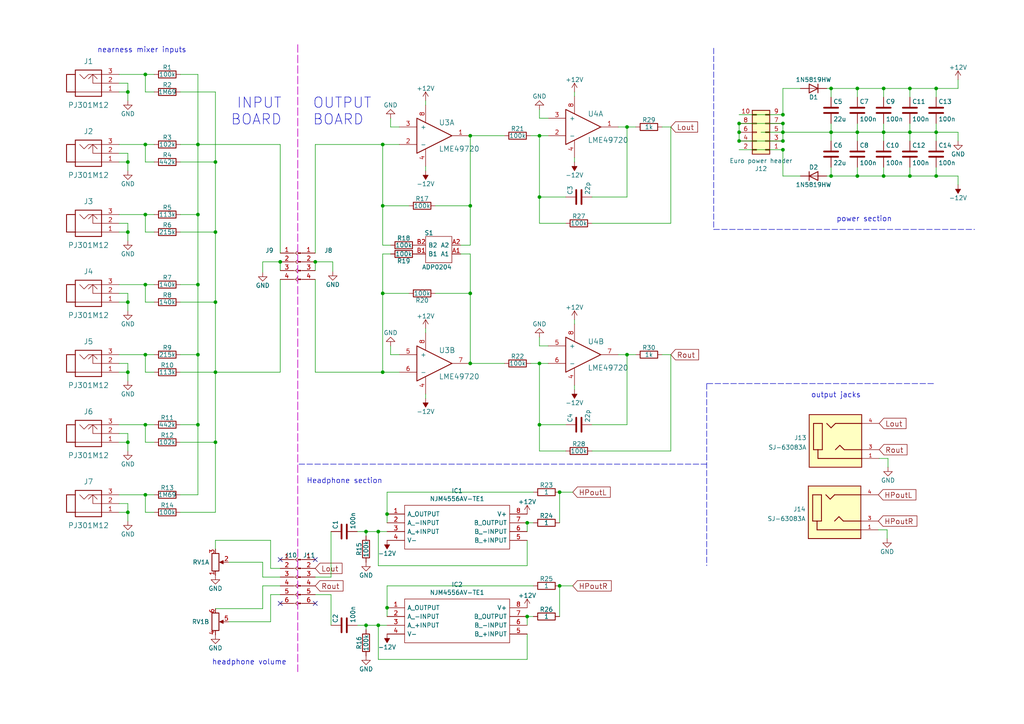
<source format=kicad_sch>
(kicad_sch (version 20211123) (generator eeschema)
  (paper "A4")
  (lib_symbols
    (symbol "Connector:Conn_01x04_Female" (pin_names (offset 1.016) hide)
      (property "Reference" "J" (at 0 5.08 0))
      (property "Value" "Conn_01x04_Female" (at 0 -7.62 0))
      (symbol "Conn_01x04_Female_1_1"
        (pin passive line (at -5.08 2.54 0) (length 3.81) (name "Pin_1") (number "1"))
        (pin passive line (at -5.08 0 0) (length 3.81) (name "Pin_2") (number "2"))
        (pin passive line (at -5.08 -2.54 0) (length 3.81) (name "Pin_3") (number "3"))
        (pin passive line (at -5.08 -5.08 0) (length 3.81) (name "Pin_4") (number "4"))
      )
    )
    (symbol "Connector:Conn_01x04_Male" (pin_names (offset 1.016) hide)
      (property "Reference" "J" (at 0 5.08 0))
      (property "Value" "Conn_01x04_Male" (at 0 -7.62 0))
      (symbol "Conn_01x04_Male_1_1"
        (pin passive line (at 5.08 2.54 180) (length 3.81) (name "Pin_1") (number "1"))
        (pin passive line (at 5.08 0 180) (length 3.81) (name "Pin_2") (number "2"))
        (pin passive line (at 5.08 -2.54 180) (length 3.81) (name "Pin_3") (number "3"))
        (pin passive line (at 5.08 -5.08 180) (length 3.81) (name "Pin_4") (number "4"))
      )
    )
    (symbol "Connector:Conn_01x06_Female" (pin_names (offset 1.016) hide)
      (property "Reference" "J" (at 0 7.62 0))
      (property "Value" "Conn_01x06_Female" (at 0 -10.16 0))
      (symbol "Conn_01x06_Female_1_1"
        (pin passive line (at -5.08 5.08 0) (length 3.81) (name "Pin_1") (number "1"))
        (pin passive line (at -5.08 2.54 0) (length 3.81) (name "Pin_2") (number "2"))
        (pin passive line (at -5.08 0 0) (length 3.81) (name "Pin_3") (number "3"))
        (pin passive line (at -5.08 -2.54 0) (length 3.81) (name "Pin_4") (number "4"))
        (pin passive line (at -5.08 -5.08 0) (length 3.81) (name "Pin_5") (number "5"))
        (pin passive line (at -5.08 -7.62 0) (length 3.81) (name "Pin_6") (number "6"))
      )
    )
    (symbol "Connector:Conn_01x06_Male" (pin_names (offset 1.016) hide)
      (property "Reference" "J" (at 0 7.62 0))
      (property "Value" "Conn_01x06_Male" (at 0 -10.16 0))
      (symbol "Conn_01x06_Male_1_1"
        (pin passive line (at 5.08 5.08 180) (length 3.81) (name "Pin_1") (number "1"))
        (pin passive line (at 5.08 2.54 180) (length 3.81) (name "Pin_2") (number "2"))
        (pin passive line (at 5.08 0 180) (length 3.81) (name "Pin_3") (number "3"))
        (pin passive line (at 5.08 -2.54 180) (length 3.81) (name "Pin_4") (number "4"))
        (pin passive line (at 5.08 -5.08 180) (length 3.81) (name "Pin_5") (number "5"))
        (pin passive line (at 5.08 -7.62 180) (length 3.81) (name "Pin_6") (number "6"))
      )
    )
    (symbol "Connector_Generic:Conn_02x05_Odd_Even" (pin_names (offset 1.016) hide)
      (property "Reference" "J" (at 1.27 7.62 0))
      (property "Value" "Conn_02x05_Odd_Even" (at 1.27 -7.62 0))
      (symbol "Conn_02x05_Odd_Even_1_1"
        (pin passive line (at -5.08 5.08 0) (length 3.81) (name "Pin_1") (number "1"))
        (pin passive line (at 7.62 -5.08 180) (length 3.81) (name "Pin_10") (number "10"))
        (pin passive line (at 7.62 5.08 180) (length 3.81) (name "Pin_2") (number "2"))
        (pin passive line (at -5.08 2.54 0) (length 3.81) (name "Pin_3") (number "3"))
        (pin passive line (at 7.62 2.54 180) (length 3.81) (name "Pin_4") (number "4"))
        (pin passive line (at -5.08 0 0) (length 3.81) (name "Pin_5") (number "5"))
        (pin passive line (at 7.62 0 180) (length 3.81) (name "Pin_6") (number "6"))
        (pin passive line (at -5.08 -2.54 0) (length 3.81) (name "Pin_7") (number "7"))
        (pin passive line (at 7.62 -2.54 180) (length 3.81) (name "Pin_8") (number "8"))
        (pin passive line (at -5.08 -5.08 0) (length 3.81) (name "Pin_9") (number "9"))
      )
    )
    (symbol "Device:C" (pin_numbers hide) (pin_names (offset 0.254))
      (property "Reference" "C" (at 0.635 2.54 0))
      (property "Value" "C" (at 0.635 -2.54 0))
      (symbol "C_1_1"
        (pin passive line (at 0 3.81 270) (length 2.794) (name "~") (number "1"))
        (pin passive line (at 0 -3.81 90) (length 2.794) (name "~") (number "2"))
      )
    )
    (symbol "Device:D" (pin_numbers hide) (pin_names (offset 1.016) hide)
      (property "Reference" "D" (at 0 2.54 0))
      (property "Value" "D" (at 0 -2.54 0))
      (symbol "D_1_1"
        (pin passive line (at -3.81 0 0) (length 2.54) (name "K") (number "1"))
        (pin passive line (at 3.81 0 180) (length 2.54) (name "A") (number "2"))
      )
    )
    (symbol "Device:R" (pin_numbers hide) (pin_names (offset 0))
      (property "Reference" "R" (at 2.032 0 90))
      (property "Value" "R" (at 0 0 90))
      (symbol "R_1_1"
        (pin passive line (at 0 3.81 270) (length 1.27) (name "~") (number "1"))
        (pin passive line (at 0 -3.81 90) (length 1.27) (name "~") (number "2"))
      )
    )
    (symbol "Device:R_POT_Dual_Separate" (pin_names (offset 1.016) hide)
      (property "Reference" "RV" (at -4.445 0 90))
      (property "Value" "Device_R_POT_Dual_Separate" (at -2.54 0 90))
      (symbol "R_POT_Dual_Separate_1_1"
        (pin passive line (at 0 3.81 270) (length 1.27) (name "1") (number "1"))
        (pin passive line (at 3.81 0 180) (length 1.27) (name "2") (number "2"))
        (pin passive line (at 0 -3.81 90) (length 1.27) (name "3") (number "3"))
      )
      (symbol "R_POT_Dual_Separate_2_1"
        (pin passive line (at 0 3.81 270) (length 1.27) (name "4") (number "4"))
        (pin passive line (at 3.81 0 180) (length 1.27) (name "5") (number "5"))
        (pin passive line (at 0 -3.81 90) (length 1.27) (name "6") (number "6"))
      )
    )
    (symbol "SJ-63083A:SJ-63083A" (pin_names (offset 1.016) hide)
      (property "Reference" "J" (at -7.62 8.382 0))
      (property "Value" "SJ-63083A" (at -7.62 -8.382 0))
      (symbol "SJ-63083A_0_0"
        (pin passive line (at 12.7 5.08 180) (length 5.08) (name "~") (number "1"))
        (pin passive line (at 12.7 2.54 180) (length 5.08) (name "~") (number "3"))
        (pin passive line (at 12.7 -5.08 180) (length 5.08) (name "~") (number "4"))
      )
    )
    (symbol "SamacSys_Parts:ADP0204" (pin_names (offset 0.762))
      (property "Reference" "S" (at 19.05 7.62 0))
      (property "Value" "SamacSys_Parts_ADP0204" (at 19.05 5.08 0))
      (symbol "ADP0204_0_0"
        (pin passive line (at 2.54 0 0) (length 2.54) (name "A1") (number "A1"))
        (pin passive line (at 2.54 -2.54 0) (length 2.54) (name "A2") (number "A2"))
        (pin passive line (at 15.24 0 180) (length 2.54) (name "B1") (number "B1"))
        (pin passive line (at 15.24 -2.54 180) (length 2.54) (name "B2") (number "B2"))
      )
    )
    (symbol "SamacSys_Parts:NJM4556AV-TE1" (pin_names (offset 0.762))
      (property "Reference" "IC" (at 36.83 7.62 0))
      (property "Value" "SamacSys_Parts_NJM4556AV-TE1" (at 36.83 5.08 0))
      (symbol "NJM4556AV-TE1_0_0"
        (pin passive line (at 0 0 0) (length 5.08) (name "A_OUTPUT") (number "1"))
        (pin passive line (at 0 -2.54 0) (length 5.08) (name "A_-INPUT") (number "2"))
        (pin passive line (at 0 -5.08 0) (length 5.08) (name "A_+INPUT") (number "3"))
        (pin passive line (at 0 -7.62 0) (length 5.08) (name "V-") (number "4"))
        (pin passive line (at 40.64 -7.62 180) (length 5.08) (name "B_+INPUT") (number "5"))
        (pin passive line (at 40.64 -5.08 180) (length 5.08) (name "B_-INPUT") (number "6"))
        (pin passive line (at 40.64 -2.54 180) (length 5.08) (name "B_OUTPUT") (number "7"))
        (pin passive line (at 40.64 0 180) (length 5.08) (name "V+") (number "8"))
      )
    )
    (symbol "lme49720:LME49720" (pin_names (offset 1.016))
      (property "Reference" "U" (at 3.81 3.81 0))
      (property "Value" "LME49720" (at 3.81 -3.81 0))
      (symbol "LME49720_0_1"
        (pin power_in line (at 0 -8.89 90) (length 5.08) (name "~") (number "4"))
        (pin power_in line (at 0 8.89 270) (length 5.08) (name "~") (number "8"))
      )
      (symbol "LME49720_1_1"
        (pin output line (at 12.7 0 180) (length 5.08) (name "~") (number "1"))
        (pin input line (at -7.62 -2.54 0) (length 5.08) (name "-") (number "2"))
        (pin input line (at -7.62 2.54 0) (length 5.08) (name "+") (number "3"))
      )
      (symbol "LME49720_2_1"
        (pin input line (at -7.62 2.54 0) (length 5.08) (name "+") (number "5"))
        (pin input line (at -7.62 -2.54 0) (length 5.08) (name "-") (number "6"))
        (pin output line (at 12.7 0 180) (length 5.08) (name "~") (number "7"))
      )
    )
    (symbol "pj301m12:PJ301M12" (pin_names (offset 1.016))
      (property "Reference" "J" (at 0 6.35 0))
      (property "Value" "PJ301M12" (at 0 -6.35 0))
      (symbol "PJ301M12_1_1"
        (pin passive line (at 8.89 -2.54 180) (length 5.08) (name "~") (number "1"))
        (pin passive line (at 8.89 0 180) (length 5.08) (name "~") (number "2"))
        (pin passive line (at 8.89 2.54 180) (length 5.08) (name "~") (number "3"))
      )
    )
    (symbol "power:+12V" (power) (pin_names (offset 0))
      (property "Value" "+12V" (at 0 3.556 0))
      (symbol "+12V_1_1"
        (pin power_in line (at 0 0 90) (length 0) hide (name "+12V") (number "1"))
      )
    )
    (symbol "power:-12V" (power) (pin_names (offset 0))
      (property "Value" "-12V" (at 0 3.81 0))
      (symbol "-12V_0_0"
        (pin power_in line (at 0 0 90) (length 0) hide (name "-12V") (number "1"))
      )
    )
    (symbol "power:GND" (power) (pin_names (offset 0))
      (property "Value" "GND" (at 0 -3.81 0))
      (symbol "GND_1_1"
        (pin power_in line (at 0 0 270) (length 0) hide (name "GND") (number "1"))
      )
    )
  )
  (junction (at 57.404 102.87))
  (junction (at 248.666 51.054))
  (junction (at 248.666 38.354))
  (junction (at 110.998 41.91))
  (junction (at 156.464 39.37))
  (junction (at 62.484 67.31))
  (junction (at 57.404 123.19))
  (junction (at 110.998 59.69))
  (junction (at 106.172 181.356))
  (junction (at 110.998 107.95))
  (junction (at 136.398 85.09))
  (junction (at 263.906 51.054))
  (junction (at 227.076 40.894))
  (junction (at 37.084 128.27))
  (junction (at 42.164 143.51))
  (junction (at 271.526 38.354))
  (junction (at 62.484 128.27))
  (junction (at 91.44 75.946))
  (junction (at 42.164 41.91))
  (junction (at 112.268 149.098))
  (junction (at 162.306 142.748))
  (junction (at 214.376 35.814))
  (junction (at 227.076 35.814))
  (junction (at 37.084 87.63))
  (junction (at 106.172 154.178))
  (junction (at 156.464 57.15))
  (junction (at 81.28 75.946))
  (junction (at 112.268 176.276))
  (junction (at 37.084 46.99))
  (junction (at 256.286 38.354))
  (junction (at 227.076 43.434))
  (junction (at 42.164 21.59))
  (junction (at 263.906 25.654))
  (junction (at 110.998 85.09))
  (junction (at 109.728 154.178))
  (junction (at 162.306 169.926))
  (junction (at 214.376 40.894))
  (junction (at 136.398 39.37))
  (junction (at 42.164 123.19))
  (junction (at 62.484 107.95))
  (junction (at 181.864 102.87))
  (junction (at 241.046 51.054))
  (junction (at 271.526 25.654))
  (junction (at 263.906 38.354))
  (junction (at 57.404 82.55))
  (junction (at 256.286 51.054))
  (junction (at 227.076 38.354))
  (junction (at 136.398 105.41))
  (junction (at 37.084 67.31))
  (junction (at 136.398 59.69))
  (junction (at 42.164 82.55))
  (junction (at 57.404 62.23))
  (junction (at 227.076 33.274))
  (junction (at 62.484 87.63))
  (junction (at 57.404 41.91))
  (junction (at 271.526 51.054))
  (junction (at 37.084 148.59))
  (junction (at 42.164 62.23))
  (junction (at 152.908 178.816))
  (junction (at 152.908 151.638))
  (junction (at 109.728 181.356))
  (junction (at 256.286 25.654))
  (junction (at 214.376 38.354))
  (junction (at 37.084 107.95))
  (junction (at 42.164 102.87))
  (junction (at 62.484 46.99))
  (junction (at 248.666 25.654))
  (junction (at 156.464 123.19))
  (junction (at 37.084 26.67))
  (junction (at 181.864 36.83))
  (junction (at 241.046 38.354))
  (junction (at 241.046 25.654))
  (junction (at 156.464 105.41))
  (no_connect (at 91.44 162.306))
  (no_connect (at 81.28 162.306))
  (no_connect (at 81.28 175.006))
  (no_connect (at 91.44 175.006))
  (wire (pts (xy 109.728 191.262) (xy 109.728 181.356)))
  (wire (pts (xy 227.076 35.814) (xy 227.076 38.354)))
  (wire (pts (xy 62.484 26.67) (xy 62.484 46.99)))
  (wire (pts (xy 241.046 25.654) (xy 248.666 25.654)))
  (wire (pts (xy 42.164 41.91) (xy 44.704 41.91)))
  (wire (pts (xy 110.998 107.95) (xy 110.998 85.09)))
  (wire (pts (xy 112.268 169.926) (xy 154.686 169.926)))
  (wire (pts (xy 263.906 48.514) (xy 263.906 51.054)))
  (wire (pts (xy 76.2 167.386) (xy 81.28 167.386)))
  (wire (pts (xy 156.464 39.37) (xy 156.464 57.15)))
  (wire (pts (xy 152.908 154.178) (xy 152.908 151.638)))
  (wire (pts (xy 133.604 73.66) (xy 136.398 73.66)))
  (wire (pts (xy 136.144 39.37) (xy 136.398 39.37)))
  (wire (pts (xy 156.464 39.37) (xy 159.004 39.37)))
  (wire (pts (xy 156.464 105.41) (xy 159.004 105.41)))
  (wire (pts (xy 91.44 172.466) (xy 96.012 172.466)))
  (wire (pts (xy 37.084 107.95) (xy 37.084 110.49)))
  (wire (pts (xy 44.704 26.67) (xy 42.164 26.67)))
  (wire (pts (xy 34.544 105.41) (xy 37.084 105.41)))
  (wire (pts (xy 106.172 181.356) (xy 106.172 182.626)))
  (wire (pts (xy 181.864 36.83) (xy 184.404 36.83)))
  (wire (pts (xy 248.666 25.654) (xy 248.666 28.194)))
  (wire (pts (xy 220.726 38.354) (xy 227.076 38.354)))
  (wire (pts (xy 166.624 92.71) (xy 166.624 93.98)))
  (wire (pts (xy 271.526 35.814) (xy 271.526 38.354)))
  (wire (pts (xy 136.398 105.41) (xy 146.304 105.41)))
  (wire (pts (xy 62.484 87.63) (xy 62.484 107.95)))
  (wire (pts (xy 136.398 59.69) (xy 126.238 59.69)))
  (wire (pts (xy 162.306 142.748) (xy 162.306 151.638)))
  (wire (pts (xy 156.464 97.79) (xy 156.464 100.33)))
  (wire (pts (xy 109.728 164.084) (xy 109.728 154.178)))
  (wire (pts (xy 123.444 95.25) (xy 123.444 96.52)))
  (wire (pts (xy 179.324 36.83) (xy 181.864 36.83)))
  (wire (pts (xy 257.556 132.969) (xy 257.556 135.509)))
  (wire (pts (xy 153.924 105.41) (xy 156.464 105.41)))
  (wire (pts (xy 42.164 102.87) (xy 44.704 102.87)))
  (wire (pts (xy 181.864 57.15) (xy 181.864 36.83)))
  (wire (pts (xy 241.046 35.814) (xy 241.046 38.354)))
  (wire (pts (xy 57.404 62.23) (xy 57.404 82.55)))
  (wire (pts (xy 81.28 78.486) (xy 81.28 75.946)))
  (wire (pts (xy 112.268 178.816) (xy 112.268 176.276)))
  (wire (pts (xy 110.998 41.91) (xy 115.824 41.91)))
  (wire (pts (xy 109.728 164.084) (xy 152.908 164.084)))
  (wire (pts (xy 112.268 151.638) (xy 112.268 149.098)))
  (wire (pts (xy 42.164 148.59) (xy 42.164 143.51)))
  (wire (pts (xy 81.28 81.026) (xy 81.28 107.95)))
  (wire (pts (xy 106.172 154.178) (xy 106.172 155.448)))
  (wire (pts (xy 34.544 125.73) (xy 37.084 125.73)))
  (wire (pts (xy 156.464 130.81) (xy 164.084 130.81)))
  (wire (pts (xy 156.464 105.41) (xy 156.464 123.19)))
  (wire (pts (xy 271.526 25.654) (xy 271.526 28.194)))
  (wire (pts (xy 34.544 46.99) (xy 37.084 46.99)))
  (wire (pts (xy 248.666 38.354) (xy 248.666 40.894)))
  (wire (pts (xy 162.306 169.926) (xy 166.116 169.926)))
  (wire (pts (xy 66.294 163.068) (xy 76.2 163.068)))
  (wire (pts (xy 241.046 51.054) (xy 248.666 51.054)))
  (wire (pts (xy 57.404 82.55) (xy 57.404 102.87)))
  (wire (pts (xy 37.084 87.63) (xy 37.084 90.17)))
  (wire (pts (xy 91.44 167.386) (xy 96.012 167.386)))
  (wire (pts (xy 194.564 130.81) (xy 171.704 130.81)))
  (wire (pts (xy 156.464 34.29) (xy 159.004 34.29)))
  (wire (pts (xy 52.324 41.91) (xy 57.404 41.91)))
  (wire (pts (xy 62.484 107.95) (xy 81.28 107.95)))
  (wire (pts (xy 152.908 151.638) (xy 154.686 151.638)))
  (wire (pts (xy 44.704 128.27) (xy 42.164 128.27)))
  (wire (pts (xy 256.286 25.654) (xy 263.906 25.654)))
  (wire (pts (xy 91.44 107.95) (xy 110.998 107.95)))
  (wire (pts (xy 248.666 48.514) (xy 248.666 51.054)))
  (wire (pts (xy 34.544 26.67) (xy 37.084 26.67)))
  (wire (pts (xy 166.624 26.67) (xy 166.624 27.94)))
  (wire (pts (xy 34.544 146.05) (xy 37.084 146.05)))
  (wire (pts (xy 152.908 178.816) (xy 154.686 178.816)))
  (wire (pts (xy 110.998 71.12) (xy 110.998 59.69)))
  (wire (pts (xy 136.144 105.41) (xy 136.398 105.41)))
  (wire (pts (xy 37.084 146.05) (xy 37.084 148.59)))
  (wire (pts (xy 156.464 31.75) (xy 156.464 34.29)))
  (wire (pts (xy 133.604 71.12) (xy 136.398 71.12)))
  (wire (pts (xy 263.906 25.654) (xy 271.526 25.654)))
  (wire (pts (xy 162.306 142.748) (xy 166.116 142.748)))
  (wire (pts (xy 241.046 38.354) (xy 241.046 40.894)))
  (wire (pts (xy 78.486 180.34) (xy 66.294 180.34)))
  (wire (pts (xy 81.28 172.466) (xy 78.486 172.466)))
  (wire (pts (xy 109.728 154.178) (xy 112.268 154.178)))
  (wire (pts (xy 277.876 25.654) (xy 277.876 23.114)))
  (wire (pts (xy 263.906 51.054) (xy 271.526 51.054)))
  (wire (pts (xy 42.164 143.51) (xy 44.704 143.51)))
  (wire (pts (xy 214.376 35.814) (xy 227.076 35.814)))
  (wire (pts (xy 34.544 67.31) (xy 37.084 67.31)))
  (wire (pts (xy 241.046 25.654) (xy 241.046 28.194)))
  (wire (pts (xy 57.404 41.91) (xy 81.28 41.91)))
  (wire (pts (xy 123.444 29.21) (xy 123.444 30.48)))
  (polyline (pts (xy 204.978 134.62) (xy 86.36 134.62)))
  (wire (pts (xy 110.998 85.09) (xy 118.618 85.09)))
  (wire (pts (xy 164.084 123.19) (xy 156.464 123.19)))
  (polyline (pts (xy 86.36 12.954) (xy 86.36 194.818)) (stroke (width 0.2032) (color 194 0 194 1)))
  (polyline (pts (xy 270.764 111.252) (xy 204.978 111.252)))
  (wire (pts (xy 42.164 82.55) (xy 44.704 82.55)))
  (wire (pts (xy 37.084 44.45) (xy 37.084 46.99)))
  (wire (pts (xy 37.084 128.27) (xy 37.084 130.81)))
  (wire (pts (xy 57.404 123.19) (xy 57.404 143.51)))
  (wire (pts (xy 248.666 38.354) (xy 256.286 38.354)))
  (wire (pts (xy 256.286 51.054) (xy 263.906 51.054)))
  (wire (pts (xy 44.704 148.59) (xy 42.164 148.59)))
  (polyline (pts (xy 204.978 111.252) (xy 204.978 164.084)))
  (wire (pts (xy 263.906 35.814) (xy 263.906 38.354)))
  (wire (pts (xy 96.012 172.466) (xy 96.012 181.356)))
  (wire (pts (xy 52.324 107.95) (xy 62.484 107.95)))
  (wire (pts (xy 42.164 128.27) (xy 42.164 123.19)))
  (wire (pts (xy 34.544 123.19) (xy 42.164 123.19)))
  (wire (pts (xy 109.728 181.356) (xy 112.268 181.356)))
  (wire (pts (xy 52.324 46.99) (xy 62.484 46.99)))
  (wire (pts (xy 123.444 114.3) (xy 123.444 115.57)))
  (wire (pts (xy 91.44 78.486) (xy 91.44 75.946)))
  (wire (pts (xy 156.464 100.33) (xy 159.004 100.33)))
  (wire (pts (xy 78.486 164.846) (xy 78.486 156.718)))
  (wire (pts (xy 34.544 41.91) (xy 42.164 41.91)))
  (wire (pts (xy 255.016 132.969) (xy 257.556 132.969)))
  (wire (pts (xy 166.624 45.72) (xy 166.624 46.99)))
  (wire (pts (xy 166.624 111.76) (xy 166.624 113.03)))
  (wire (pts (xy 164.084 57.15) (xy 156.464 57.15)))
  (wire (pts (xy 113.284 100.33) (xy 113.284 102.87)))
  (wire (pts (xy 34.544 128.27) (xy 37.084 128.27)))
  (wire (pts (xy 156.464 57.15) (xy 156.464 64.77)))
  (wire (pts (xy 57.404 102.87) (xy 57.404 123.19)))
  (wire (pts (xy 156.464 64.77) (xy 164.084 64.77)))
  (wire (pts (xy 227.076 43.434) (xy 227.076 51.054)))
  (wire (pts (xy 62.484 67.31) (xy 62.484 87.63)))
  (wire (pts (xy 96.52 75.946) (xy 96.52 78.74)))
  (wire (pts (xy 76.2 163.068) (xy 76.2 167.386)))
  (wire (pts (xy 62.484 46.99) (xy 62.484 67.31)))
  (wire (pts (xy 136.398 85.09) (xy 126.238 85.09)))
  (wire (pts (xy 110.998 107.95) (xy 115.824 107.95)))
  (wire (pts (xy 44.704 46.99) (xy 42.164 46.99)))
  (wire (pts (xy 34.544 44.45) (xy 37.084 44.45)))
  (wire (pts (xy 194.564 64.77) (xy 171.704 64.77)))
  (wire (pts (xy 103.632 154.178) (xy 106.172 154.178)))
  (wire (pts (xy 113.284 71.12) (xy 110.998 71.12)))
  (wire (pts (xy 171.704 123.19) (xy 181.864 123.19)))
  (wire (pts (xy 239.776 25.654) (xy 241.046 25.654)))
  (wire (pts (xy 37.084 26.67) (xy 37.084 29.21)))
  (wire (pts (xy 34.544 143.51) (xy 42.164 143.51)))
  (wire (pts (xy 271.526 38.354) (xy 271.526 40.894)))
  (wire (pts (xy 136.398 105.41) (xy 136.398 85.09)))
  (wire (pts (xy 214.376 40.894) (xy 214.376 38.354)))
  (wire (pts (xy 152.908 164.084) (xy 152.908 156.718)))
  (wire (pts (xy 136.398 39.37) (xy 136.398 59.69)))
  (polyline (pts (xy 207.01 66.548) (xy 282.702 66.548)))
  (wire (pts (xy 62.484 87.63) (xy 52.324 87.63)))
  (wire (pts (xy 112.268 169.926) (xy 112.268 176.276)))
  (wire (pts (xy 227.076 38.354) (xy 227.076 40.894)))
  (wire (pts (xy 52.324 67.31) (xy 62.484 67.31)))
  (wire (pts (xy 241.046 38.354) (xy 248.666 38.354)))
  (wire (pts (xy 112.268 142.748) (xy 154.686 142.748)))
  (wire (pts (xy 263.906 25.654) (xy 263.906 28.194)))
  (wire (pts (xy 52.324 62.23) (xy 57.404 62.23)))
  (wire (pts (xy 37.084 105.41) (xy 37.084 107.95)))
  (wire (pts (xy 34.544 21.59) (xy 42.164 21.59)))
  (wire (pts (xy 91.44 41.91) (xy 110.998 41.91)))
  (wire (pts (xy 192.024 102.87) (xy 194.564 102.87)))
  (wire (pts (xy 227.076 33.274) (xy 227.076 25.654)))
  (wire (pts (xy 271.526 25.654) (xy 277.876 25.654)))
  (wire (pts (xy 181.864 102.87) (xy 184.404 102.87)))
  (wire (pts (xy 106.172 154.178) (xy 109.728 154.178)))
  (wire (pts (xy 271.526 51.054) (xy 277.876 51.054)))
  (wire (pts (xy 113.284 36.83) (xy 115.824 36.83)))
  (wire (pts (xy 62.484 128.27) (xy 62.484 148.59)))
  (wire (pts (xy 57.404 82.55) (xy 52.324 82.55)))
  (polyline (pts (xy 207.01 13.97) (xy 207.01 66.548)))
  (wire (pts (xy 42.164 26.67) (xy 42.164 21.59)))
  (wire (pts (xy 227.076 38.354) (xy 241.046 38.354)))
  (wire (pts (xy 194.564 36.83) (xy 194.564 64.77)))
  (wire (pts (xy 171.704 57.15) (xy 181.864 57.15)))
  (wire (pts (xy 96.012 167.386) (xy 96.012 154.178)))
  (wire (pts (xy 57.404 21.59) (xy 57.404 41.91)))
  (wire (pts (xy 136.398 73.66) (xy 136.398 85.09)))
  (wire (pts (xy 277.876 51.054) (xy 277.876 53.594)))
  (wire (pts (xy 52.324 102.87) (xy 57.404 102.87)))
  (wire (pts (xy 241.046 48.514) (xy 241.046 51.054)))
  (wire (pts (xy 57.404 21.59) (xy 52.324 21.59)))
  (wire (pts (xy 227.076 40.894) (xy 214.376 40.894)))
  (wire (pts (xy 37.084 125.73) (xy 37.084 128.27)))
  (wire (pts (xy 34.544 82.55) (xy 42.164 82.55)))
  (wire (pts (xy 263.906 38.354) (xy 263.906 40.894)))
  (wire (pts (xy 91.44 81.026) (xy 91.44 107.95)))
  (wire (pts (xy 76.2 75.946) (xy 76.2 78.994)))
  (wire (pts (xy 277.876 38.354) (xy 277.876 40.894)))
  (wire (pts (xy 113.284 102.87) (xy 115.824 102.87)))
  (wire (pts (xy 42.164 62.23) (xy 44.704 62.23)))
  (wire (pts (xy 34.544 107.95) (xy 37.084 107.95)))
  (wire (pts (xy 34.544 85.09) (xy 37.084 85.09)))
  (wire (pts (xy 34.544 62.23) (xy 42.164 62.23)))
  (wire (pts (xy 78.486 172.466) (xy 78.486 180.34)))
  (wire (pts (xy 248.666 35.814) (xy 248.666 38.354)))
  (wire (pts (xy 153.924 39.37) (xy 156.464 39.37)))
  (wire (pts (xy 214.376 43.434) (xy 227.076 43.434)))
  (wire (pts (xy 152.908 181.356) (xy 152.908 178.816)))
  (wire (pts (xy 34.544 102.87) (xy 42.164 102.87)))
  (wire (pts (xy 91.44 73.406) (xy 91.44 41.91)))
  (wire (pts (xy 37.084 24.13) (xy 37.084 26.67)))
  (wire (pts (xy 34.544 87.63) (xy 37.084 87.63)))
  (wire (pts (xy 192.024 36.83) (xy 194.564 36.83)))
  (wire (pts (xy 91.44 75.946) (xy 96.52 75.946)))
  (wire (pts (xy 62.484 156.718) (xy 78.486 156.718)))
  (wire (pts (xy 194.564 102.87) (xy 194.564 130.81)))
  (wire (pts (xy 136.398 39.37) (xy 146.304 39.37)))
  (wire (pts (xy 256.286 51.054) (xy 256.286 48.514)))
  (wire (pts (xy 42.164 107.95) (xy 42.164 102.87)))
  (wire (pts (xy 52.324 128.27) (xy 62.484 128.27)))
  (wire (pts (xy 110.998 73.66) (xy 110.998 85.09)))
  (wire (pts (xy 256.286 38.354) (xy 256.286 40.894)))
  (wire (pts (xy 37.084 46.99) (xy 37.084 49.53)))
  (wire (pts (xy 109.728 191.262) (xy 152.908 191.262)))
  (wire (pts (xy 256.286 25.654) (xy 256.286 28.194)))
  (wire (pts (xy 156.464 123.19) (xy 156.464 130.81)))
  (wire (pts (xy 248.666 51.054) (xy 256.286 51.054)))
  (wire (pts (xy 110.998 41.91) (xy 110.998 59.69)))
  (wire (pts (xy 271.526 38.354) (xy 277.876 38.354)))
  (wire (pts (xy 263.906 38.354) (xy 271.526 38.354)))
  (wire (pts (xy 44.704 67.31) (xy 42.164 67.31)))
  (wire (pts (xy 81.28 73.406) (xy 81.28 41.91)))
  (wire (pts (xy 57.404 143.51) (xy 52.324 143.51)))
  (wire (pts (xy 34.544 24.13) (xy 37.084 24.13)))
  (wire (pts (xy 113.284 73.66) (xy 110.998 73.66)))
  (wire (pts (xy 42.164 21.59) (xy 44.704 21.59)))
  (wire (pts (xy 248.666 25.654) (xy 256.286 25.654)))
  (wire (pts (xy 34.544 148.59) (xy 37.084 148.59)))
  (wire (pts (xy 52.324 123.19) (xy 57.404 123.19)))
  (wire (pts (xy 214.376 33.274) (xy 227.076 33.274)))
  (wire (pts (xy 106.172 181.356) (xy 109.728 181.356)))
  (wire (pts (xy 62.484 26.67) (xy 52.324 26.67)))
  (wire (pts (xy 227.076 25.654) (xy 232.156 25.654)))
  (wire (pts (xy 62.484 159.258) (xy 62.484 156.718)))
  (wire (pts (xy 37.084 67.31) (xy 37.084 69.85)))
  (wire (pts (xy 62.484 107.95) (xy 62.484 128.27)))
  (wire (pts (xy 42.164 46.99) (xy 42.164 41.91)))
  (wire (pts (xy 103.632 181.356) (xy 106.172 181.356)))
  (wire (pts (xy 37.084 85.09) (xy 37.084 87.63)))
  (wire (pts (xy 256.286 38.354) (xy 263.906 38.354)))
  (wire (pts (xy 81.28 75.946) (xy 76.2 75.946)))
  (wire (pts (xy 42.164 87.63) (xy 42.164 82.55)))
  (wire (pts (xy 44.704 87.63) (xy 42.164 87.63)))
  (wire (pts (xy 239.776 51.054) (xy 241.046 51.054)))
  (wire (pts (xy 34.544 64.77) (xy 37.084 64.77)))
  (wire (pts (xy 181.864 123.19) (xy 181.864 102.87)))
  (wire (pts (xy 112.268 142.748) (xy 112.268 149.098)))
  (wire (pts (xy 214.376 38.354) (xy 214.376 35.814)))
  (wire (pts (xy 136.398 71.12) (xy 136.398 59.69)))
  (wire (pts (xy 57.404 41.91) (xy 57.404 62.23)))
  (wire (pts (xy 62.484 148.59) (xy 52.324 148.59)))
  (wire (pts (xy 76.2 176.53) (xy 76.2 169.926)))
  (wire (pts (xy 37.084 64.77) (xy 37.084 67.31)))
  (wire (pts (xy 179.324 102.87) (xy 181.864 102.87)))
  (wire (pts (xy 162.306 169.926) (xy 162.306 178.816)))
  (wire (pts (xy 123.444 48.26) (xy 123.444 49.53)))
  (wire (pts (xy 62.484 176.53) (xy 76.2 176.53)))
  (wire (pts (xy 227.076 51.054) (xy 232.156 51.054)))
  (wire (pts (xy 254.762 153.67) (xy 257.302 153.67)))
  (wire (pts (xy 81.28 164.846) (xy 78.486 164.846)))
  (wire (pts (xy 44.704 107.95) (xy 42.164 107.95)))
  (wire (pts (xy 257.302 153.67) (xy 257.302 156.21)))
  (wire (pts (xy 76.2 169.926) (xy 81.28 169.926)))
  (wire (pts (xy 42.164 67.31) (xy 42.164 62.23)))
  (wire (pts (xy 152.908 191.262) (xy 152.908 183.896)))
  (wire (pts (xy 256.286 35.814) (xy 256.286 38.354)))
  (wire (pts (xy 271.526 48.514) (xy 271.526 51.054)))
  (wire (pts (xy 42.164 123.19) (xy 44.704 123.19)))
  (wire (pts (xy 113.284 34.29) (xy 113.284 36.83)))
  (wire (pts (xy 118.618 59.69) (xy 110.998 59.69)))
  (wire (pts (xy 37.084 148.59) (xy 37.084 151.13)))
  (text "headphone volume" (at 61.468 193.04 0) (effects (font (size 1.524 1.524)) (justify left bottom)))
  (text "INPUT\nBOARD" (at 81.788 36.576 180) (effects (font (size 2.9972 2.9972)) (justify right bottom)))
  (text "Headphone section" (at 88.9 140.462 0) (effects (font (size 1.524 1.524)) (justify left bottom)))
  (text "OUTPUT\nBOARD" (at 90.678 36.576 0) (effects (font (size 2.9972 2.9972)) (justify left bottom)))
  (text "output jacks" (at 235.204 115.57 0) (effects (font (size 1.524 1.524)) (justify left bottom)))
  (text "nearness mixer inputs" (at 28.194 15.494 0) (effects (font (size 1.524 1.524)) (justify left bottom)))
  (text "power section" (at 242.57 64.516 0) (effects (font (size 1.524 1.524)) (justify left bottom)))
  (global_label "HPoutR" (shape input) (at 166.116 169.926 0) (effects (font (size 1.524 1.524))) (property "Intersheet References" "${INTERSHEET_REFS}" (effects hide)))
  (global_label "Lout" (shape input) (at 91.44 164.846 0) (effects (font (size 1.524 1.524))) (property "Intersheet References" "${INTERSHEET_REFS}" (effects hide)))
  (global_label "Rout" (shape input) (at 91.44 169.926 0) (effects (font (size 1.524 1.524))) (property "Intersheet References" "${INTERSHEET_REFS}" (effects hide)))
  (global_label "Rout" (shape input) (at 255.016 130.429 0) (effects (font (size 1.524 1.524))) (property "Intersheet References" "${INTERSHEET_REFS}" (effects hide)))
  (global_label "HPoutL" (shape input) (at 254.762 143.51 0) (effects (font (size 1.524 1.524))) (property "Intersheet References" "${INTERSHEET_REFS}" (effects hide)))
  (global_label "Rout" (shape input) (at 194.564 102.87 0) (effects (font (size 1.524 1.524))) (property "Intersheet References" "${INTERSHEET_REFS}" (effects hide)))
  (global_label "Lout" (shape input) (at 255.016 122.809 0) (effects (font (size 1.524 1.524))) (property "Intersheet References" "${INTERSHEET_REFS}" (effects hide)))
  (global_label "HPoutR" (shape input) (at 254.762 151.13 0) (effects (font (size 1.524 1.524))) (property "Intersheet References" "${INTERSHEET_REFS}" (effects hide)))
  (global_label "Lout" (shape input) (at 194.564 36.83 0) (effects (font (size 1.524 1.524))) (property "Intersheet References" "${INTERSHEET_REFS}" (effects hide)))
  (global_label "HPoutL" (shape input) (at 166.116 142.748 0) (effects (font (size 1.524 1.524))) (property "Intersheet References" "${INTERSHEET_REFS}" (effects hide)))
  (symbol (lib_id "pj301m12:PJ301M12") (at 25.654 24.13 0) (unit 1)
    (property "Reference" "J1" (at 25.654 17.78 0) (effects (font (size 1.524 1.524))))
    (property "Value" "PJ301M12" (at 25.654 30.48 0) (effects (font (size 1.524 1.524))))
    (property "Footprint" "nearness:PJ301M12" (effects hide))
  )
  (symbol (lib_id "pj301m12:PJ301M12") (at 25.654 44.45 0) (unit 1)
    (property "Reference" "J2" (at 25.654 38.1 0) (effects (font (size 1.524 1.524))))
    (property "Value" "PJ301M12" (at 25.654 50.8 0) (effects (font (size 1.524 1.524))))
    (property "Footprint" "nearness:PJ301M12" (effects hide))
  )
  (symbol (lib_id "pj301m12:PJ301M12") (at 25.654 64.77 0) (unit 1)
    (property "Reference" "J3" (at 25.654 58.42 0) (effects (font (size 1.524 1.524))))
    (property "Value" "PJ301M12" (at 25.654 71.12 0) (effects (font (size 1.524 1.524))))
    (property "Footprint" "nearness:PJ301M12" (effects hide))
  )
  (symbol (lib_id "pj301m12:PJ301M12") (at 25.654 85.09 0) (unit 1)
    (property "Reference" "J4" (at 25.654 78.74 0) (effects (font (size 1.524 1.524))))
    (property "Value" "PJ301M12" (at 25.654 91.44 0) (effects (font (size 1.524 1.524))))
    (property "Footprint" "nearness:PJ301M12" (effects hide))
  )
  (symbol (lib_id "pj301m12:PJ301M12") (at 25.654 105.41 0) (unit 1)
    (property "Reference" "J5" (at 25.654 99.06 0) (effects (font (size 1.524 1.524))))
    (property "Value" "PJ301M12" (at 25.654 111.76 0) (effects (font (size 1.524 1.524))))
    (property "Footprint" "nearness:PJ301M12" (effects hide))
  )
  (symbol (lib_id "pj301m12:PJ301M12") (at 25.654 125.73 0) (unit 1)
    (property "Reference" "J6" (at 25.654 119.38 0) (effects (font (size 1.524 1.524))))
    (property "Value" "PJ301M12" (at 25.654 132.08 0) (effects (font (size 1.524 1.524))))
    (property "Footprint" "nearness:PJ301M12" (effects hide))
  )
  (symbol (lib_id "pj301m12:PJ301M12") (at 25.654 146.05 0) (unit 1)
    (property "Reference" "J7" (at 25.654 139.7 0) (effects (font (size 1.524 1.524))))
    (property "Value" "PJ301M12" (at 25.654 152.4 0) (effects (font (size 1.524 1.524))))
    (property "Footprint" "nearness:PJ301M12" (effects hide))
  )
  (symbol (lib_id "power:GND") (at 37.084 29.21 0) (unit 1)
    (property "Reference" "#PWR01" (effects hide))
    (property "Value" "GND" (at 37.084 33.02 0))
  )
  (symbol (lib_id "power:GND") (at 37.084 49.53 0) (unit 1)
    (property "Reference" "#PWR02" (effects hide))
    (property "Value" "GND" (at 37.084 53.34 0))
  )
  (symbol (lib_id "power:GND") (at 37.084 69.85 0) (unit 1)
    (property "Reference" "#PWR03" (effects hide))
    (property "Value" "GND" (at 37.084 73.66 0))
  )
  (symbol (lib_id "power:GND") (at 37.084 90.17 0) (unit 1)
    (property "Reference" "#PWR04" (effects hide))
    (property "Value" "GND" (at 37.084 93.98 0))
  )
  (symbol (lib_id "power:GND") (at 37.084 110.49 0) (unit 1)
    (property "Reference" "#PWR05" (effects hide))
    (property "Value" "GND" (at 37.084 114.3 0))
  )
  (symbol (lib_id "power:GND") (at 37.084 130.81 0) (unit 1)
    (property "Reference" "#PWR06" (effects hide))
    (property "Value" "GND" (at 37.084 134.62 0))
  )
  (symbol (lib_id "power:GND") (at 37.084 151.13 0) (unit 1)
    (property "Reference" "#PWR07" (effects hide))
    (property "Value" "GND" (at 37.084 154.94 0))
  )
  (symbol (lib_id "Device:R") (at 48.514 21.59 90) (unit 1)
    (property "Reference" "R1" (at 48.514 19.558 90))
    (property "Value" "100k" (at 48.514 21.59 90))
    (property "Footprint" "nearness:0603" (effects hide))
  )
  (symbol (lib_id "Device:R") (at 48.514 26.67 90) (unit 1)
    (property "Reference" "R2" (at 48.514 24.638 90))
    (property "Value" "1M69" (at 48.514 26.67 90))
    (property "Footprint" "nearness:0603" (effects hide))
  )
  (symbol (lib_id "Device:R") (at 48.514 41.91 90) (unit 1)
    (property "Reference" "R3" (at 48.514 39.878 90))
    (property "Value" "102k" (at 48.514 41.91 90))
    (property "Footprint" "nearness:0603" (effects hide))
  )
  (symbol (lib_id "Device:R") (at 48.514 46.99 90) (unit 1)
    (property "Reference" "R4" (at 48.514 44.958 90))
    (property "Value" "442k" (at 48.514 46.99 90))
    (property "Footprint" "nearness:0603" (effects hide))
  )
  (symbol (lib_id "Device:R") (at 48.514 62.23 90) (unit 1)
    (property "Reference" "R5" (at 48.514 60.198 90))
    (property "Value" "113k" (at 48.514 62.23 90))
    (property "Footprint" "nearness:0603" (effects hide))
  )
  (symbol (lib_id "Device:R") (at 48.514 67.31 90) (unit 1)
    (property "Reference" "R6" (at 48.514 65.278 90))
    (property "Value" "215k" (at 48.514 67.31 90))
    (property "Footprint" "nearness:0603" (effects hide))
  )
  (symbol (lib_id "Device:R") (at 48.514 82.55 90) (unit 1)
    (property "Reference" "R7" (at 48.514 80.518 90))
    (property "Value" "140k" (at 48.514 82.55 90))
    (property "Footprint" "nearness:0603" (effects hide))
  )
  (symbol (lib_id "Device:R") (at 48.514 87.63 90) (unit 1)
    (property "Reference" "R8" (at 48.514 85.598 90))
    (property "Value" "140k" (at 48.514 87.63 90))
    (property "Footprint" "nearness:0603" (effects hide))
  )
  (symbol (lib_id "Device:R") (at 48.514 102.87 90) (unit 1)
    (property "Reference" "R9" (at 48.514 100.838 90))
    (property "Value" "215k" (at 48.514 102.87 90))
    (property "Footprint" "nearness:0603" (effects hide))
  )
  (symbol (lib_id "Device:R") (at 48.514 107.95 90) (unit 1)
    (property "Reference" "R10" (at 48.514 105.918 90))
    (property "Value" "113k" (at 48.514 107.95 90))
    (property "Footprint" "nearness:0603" (effects hide))
  )
  (symbol (lib_id "Device:R") (at 48.514 123.19 90) (unit 1)
    (property "Reference" "R11" (at 48.514 121.158 90))
    (property "Value" "442k" (at 48.514 123.19 90))
    (property "Footprint" "nearness:0603" (effects hide))
  )
  (symbol (lib_id "Device:R") (at 48.514 128.27 90) (unit 1)
    (property "Reference" "R12" (at 48.514 126.238 90))
    (property "Value" "102k" (at 48.514 128.27 90))
    (property "Footprint" "nearness:0603" (effects hide))
  )
  (symbol (lib_id "Device:R") (at 48.514 143.51 90) (unit 1)
    (property "Reference" "R13" (at 48.514 141.478 90))
    (property "Value" "1M69" (at 48.514 143.51 90))
    (property "Footprint" "nearness:0603" (effects hide))
  )
  (symbol (lib_id "Device:R") (at 48.514 148.59 90) (unit 1)
    (property "Reference" "R14" (at 48.514 146.558 90))
    (property "Value" "100k" (at 48.514 148.59 90))
    (property "Footprint" "nearness:0603" (effects hide))
  )
  (symbol (lib_id "Device:R") (at 188.214 36.83 90) (unit 1)
    (property "Reference" "R29" (at 188.214 34.798 90))
    (property "Value" "1k" (at 188.214 36.83 90))
    (property "Footprint" "nearness:0603" (effects hide))
  )
  (symbol (lib_id "Device:R") (at 188.214 102.87 90) (unit 1)
    (property "Reference" "R30" (at 188.214 100.838 90))
    (property "Value" "1k" (at 188.214 102.87 90))
    (property "Footprint" "nearness:0603" (effects hide))
  )
  (symbol (lib_id "Device:R") (at 122.428 59.69 90) (unit 1)
    (property "Reference" "R17" (at 122.428 57.658 90))
    (property "Value" "100k" (at 122.428 59.69 90))
    (property "Footprint" "nearness:0603" (effects hide))
  )
  (symbol (lib_id "Device:R") (at 150.114 39.37 90) (unit 1)
    (property "Reference" "R21" (at 150.114 37.338 90))
    (property "Value" "100k" (at 150.114 39.37 90))
    (property "Footprint" "nearness:0603" (effects hide))
  )
  (symbol (lib_id "Device:R") (at 167.894 64.77 90) (unit 1)
    (property "Reference" "R27" (at 167.894 62.738 90))
    (property "Value" "100k" (at 167.894 64.77 90))
    (property "Footprint" "nearness:0603" (effects hide))
  )
  (symbol (lib_id "power:GND") (at 113.284 34.29 180) (unit 1)
    (property "Reference" "#PWR014" (effects hide))
    (property "Value" "GND" (at 113.284 30.48 0))
  )
  (symbol (lib_id "power:GND") (at 156.464 31.75 180) (unit 1)
    (property "Reference" "#PWR020" (effects hide))
    (property "Value" "GND" (at 156.464 27.94 0))
  )
  (symbol (lib_id "Device:R") (at 122.428 85.09 90) (mirror x) (unit 1)
    (property "Reference" "R20" (at 122.428 87.122 90))
    (property "Value" "100k" (at 122.428 85.09 90))
    (property "Footprint" "nearness:0603" (effects hide))
  )
  (symbol (lib_id "Device:R") (at 150.114 105.41 90) (unit 1)
    (property "Reference" "R22" (at 150.114 103.378 90))
    (property "Value" "100k" (at 150.114 105.41 90))
    (property "Footprint" "nearness:0603" (effects hide))
  )
  (symbol (lib_id "Device:R") (at 167.894 130.81 90) (unit 1)
    (property "Reference" "R28" (at 167.894 128.778 90))
    (property "Value" "100k" (at 167.894 130.81 90))
    (property "Footprint" "nearness:0603" (effects hide))
  )
  (symbol (lib_id "power:GND") (at 113.284 100.33 180) (unit 1)
    (property "Reference" "#PWR015" (effects hide))
    (property "Value" "GND" (at 113.284 96.52 0))
  )
  (symbol (lib_id "power:GND") (at 156.464 97.79 180) (unit 1)
    (property "Reference" "#PWR021" (effects hide))
    (property "Value" "GND" (at 156.464 93.98 0))
  )
  (symbol (lib_id "Device:D") (at 235.966 25.654 180) (unit 1)
    (property "Reference" "D1" (at 235.966 28.194 0))
    (property "Value" "1N5819HW" (at 235.966 23.114 0))
    (property "Footprint" "nearness:SOD-123" (effects hide))
  )
  (symbol (lib_id "Device:D") (at 235.966 51.054 0) (unit 1)
    (property "Reference" "D2" (at 235.966 48.514 0))
    (property "Value" "1N5819HW" (at 235.966 53.594 0))
    (property "Footprint" "nearness:SOD-123" (effects hide))
  )
  (symbol (lib_id "Device:C") (at 241.046 32.004 0) (unit 1)
    (property "Reference" "C5" (at 241.681 29.464 0) (effects (justify left)))
    (property "Value" "22u" (at 241.681 34.544 0) (effects (justify left)))
    (property "Footprint" "nearness:0805" (effects hide))
  )
  (symbol (lib_id "Device:C") (at 241.046 44.704 0) (unit 1)
    (property "Reference" "C6" (at 241.681 42.164 0) (effects (justify left)))
    (property "Value" "22u" (at 241.681 47.244 0) (effects (justify left)))
    (property "Footprint" "nearness:0805" (effects hide))
  )
  (symbol (lib_id "Device:C") (at 248.666 32.004 0) (unit 1)
    (property "Reference" "C7" (at 249.301 29.464 0) (effects (justify left)))
    (property "Value" "100n" (at 249.301 34.544 0) (effects (justify left)))
    (property "Footprint" "nearness:0603" (effects hide))
  )
  (symbol (lib_id "Device:C") (at 248.666 44.704 0) (unit 1)
    (property "Reference" "C8" (at 249.301 42.164 0) (effects (justify left)))
    (property "Value" "100n" (at 249.301 47.244 0) (effects (justify left)))
    (property "Footprint" "nearness:0603" (effects hide))
  )
  (symbol (lib_id "power:+12V") (at 277.876 23.114 0) (unit 1)
    (property "Reference" "#PWR029" (effects hide))
    (property "Value" "+12V" (at 277.876 19.558 0))
  )
  (symbol (lib_id "power:-12V") (at 277.876 53.594 180) (unit 1)
    (property "Reference" "#PWR031" (effects hide))
    (property "Value" "-12V" (at 277.876 57.404 0))
  )
  (symbol (lib_id "power:GND") (at 277.876 40.894 0) (unit 1)
    (property "Reference" "#PWR030" (effects hide))
    (property "Value" "GND" (at 277.876 44.704 0))
  )
  (symbol (lib_id "power:+12V") (at 123.444 29.21 0) (unit 1)
    (property "Reference" "#PWR016" (effects hide))
    (property "Value" "+12V" (at 123.444 25.654 0))
  )
  (symbol (lib_id "power:+12V") (at 166.624 26.67 0) (unit 1)
    (property "Reference" "#PWR022" (effects hide))
    (property "Value" "+12V" (at 166.624 23.114 0))
  )
  (symbol (lib_id "power:-12V") (at 123.444 49.53 180) (unit 1)
    (property "Reference" "#PWR017" (effects hide))
    (property "Value" "-12V" (at 123.444 53.34 0))
  )
  (symbol (lib_id "power:-12V") (at 166.624 46.99 180) (unit 1)
    (property "Reference" "#PWR023" (effects hide))
    (property "Value" "-12V" (at 166.624 50.8 0))
  )
  (symbol (lib_id "power:+12V") (at 123.444 95.25 0) (unit 1)
    (property "Reference" "#PWR018" (effects hide))
    (property "Value" "+12V" (at 123.444 91.694 0))
  )
  (symbol (lib_id "power:+12V") (at 166.624 92.71 0) (unit 1)
    (property "Reference" "#PWR024" (effects hide))
    (property "Value" "+12V" (at 166.624 89.154 0))
  )
  (symbol (lib_id "power:-12V") (at 123.444 115.57 180) (unit 1)
    (property "Reference" "#PWR019" (effects hide))
    (property "Value" "-12V" (at 123.444 119.38 0))
  )
  (symbol (lib_id "power:-12V") (at 166.624 113.03 180) (unit 1)
    (property "Reference" "#PWR025" (effects hide))
    (property "Value" "-12V" (at 166.624 116.84 0))
  )
  (symbol (lib_id "Device:C") (at 167.894 57.15 90) (unit 1)
    (property "Reference" "C3" (at 165.354 56.515 0) (effects (justify left)))
    (property "Value" "22p" (at 170.434 56.515 0) (effects (justify left)))
    (property "Footprint" "nearness:0603" (effects hide))
  )
  (symbol (lib_id "Device:C") (at 167.894 123.19 90) (unit 1)
    (property "Reference" "C4" (at 165.354 122.555 0) (effects (justify left)))
    (property "Value" "22p" (at 170.434 122.555 0) (effects (justify left)))
    (property "Footprint" "nearness:0603" (effects hide))
  )
  (symbol (lib_id "lme49720:LME49720") (at 123.444 39.37 0) (unit 1)
    (property "Reference" "U3" (at 127.254 35.56 0) (effects (font (size 1.524 1.524)) (justify left)))
    (property "Value" "LME49720" (at 127.254 43.18 0) (effects (font (size 1.524 1.524)) (justify left)))
    (property "Footprint" "nearness:SOIC-8" (effects hide))
  )
  (symbol (lib_id "lme49720:LME49720") (at 166.624 36.83 0) (unit 1)
    (property "Reference" "U4" (at 170.434 33.02 0) (effects (font (size 1.524 1.524)) (justify left)))
    (property "Value" "LME49720" (at 170.434 40.64 0) (effects (font (size 1.524 1.524)) (justify left)))
    (property "Footprint" "nearness:SOIC-8" (effects hide))
  )
  (symbol (lib_id "lme49720:LME49720") (at 123.444 105.41 0) (unit 2)
    (property "Reference" "U3" (at 127.254 101.6 0) (effects (font (size 1.524 1.524)) (justify left)))
    (property "Value" "LME49720" (at 127.254 109.22 0) (effects (font (size 1.524 1.524)) (justify left)))
    (property "Footprint" "nearness:SOIC-8" (effects hide))
  )
  (symbol (lib_id "lme49720:LME49720") (at 166.624 102.87 0) (unit 2)
    (property "Reference" "U4" (at 170.434 99.06 0) (effects (font (size 1.524 1.524)) (justify left)))
    (property "Value" "LME49720" (at 170.434 106.68 0) (effects (font (size 1.524 1.524)) (justify left)))
    (property "Footprint" "nearness:SOIC-8" (effects hide))
  )
  (symbol (lib_id "Device:C") (at 256.286 32.004 0) (unit 1)
    (property "Reference" "C9" (at 256.921 29.464 0) (effects (justify left)))
    (property "Value" "100n" (at 256.921 34.544 0) (effects (justify left)))
    (property "Footprint" "nearness:0603" (effects hide))
  )
  (symbol (lib_id "Device:C") (at 256.286 44.704 0) (unit 1)
    (property "Reference" "C10" (at 256.921 42.164 0) (effects (justify left)))
    (property "Value" "100n" (at 256.921 47.244 0) (effects (justify left)))
    (property "Footprint" "nearness:0603" (effects hide))
  )
  (symbol (lib_id "Device:R") (at 117.094 71.12 90) (unit 1)
    (property "Reference" "R18" (at 117.094 69.088 90))
    (property "Value" "100k" (at 117.094 71.12 90))
    (property "Footprint" "nearness:0603" (effects hide))
  )
  (symbol (lib_id "Device:R") (at 117.094 73.66 90) (mirror x) (unit 1)
    (property "Reference" "R19" (at 117.094 75.692 90))
    (property "Value" "100k" (at 117.094 73.66 90))
    (property "Footprint" "nearness:0603" (effects hide))
  )
  (symbol (lib_id "SamacSys_Parts:ADP0204") (at 136.144 73.66 180) (unit 1)
    (property "Reference" "S1" (at 125.73 67.564 0) (effects (justify left)))
    (property "Value" "ADP0204" (at 131.064 77.47 0) (effects (justify left)))
    (property "Footprint" "SamacSys_Parts:ADP0204" (effects hide))
    (property "Datasheet" "http://www.te.com/commerce/DocumentDelivery/DDEController?Action=showdoc&DocId=Customer+Drawing%7F1571999%7FD4%7Fpdf%7FEnglish%7FENG_CD_1571999_D4.pdf%7F1571999-1.pdf" (effects hide))
    (property "Description" "DIP Switches / SIP Switches SPST 2P PIANO T/H DIP SWITCH" (effects hide))
    (property "Height" "7.55" (effects hide))
    (property "Mouser Part Number" "506-ADP0204" (effects hide))
    (property "Mouser Price/Stock" "https://www.mouser.co.uk/ProductDetail/TE-Connectivity-PB/ADP0204?qs=k9JhH1fM%252BD0tjGDrRmwPwQ%3D%3D" (effects hide))
    (property "Manufacturer_Name" "TE Connectivity" (effects hide))
    (property "Manufacturer_Part_Number" "ADP0204" (effects hide))
  )
  (symbol (lib_id "power:GND") (at 62.484 184.15 0) (unit 1)
    (property "Reference" "#PWR09" (effects hide))
    (property "Value" "GND" (at 62.484 187.96 0))
  )
  (symbol (lib_id "Device:C") (at 263.906 32.004 0) (unit 1)
    (property "Reference" "C11" (at 264.541 29.464 0) (effects (justify left)))
    (property "Value" "100n" (at 264.541 34.544 0) (effects (justify left)))
    (property "Footprint" "nearness:0603" (effects hide))
  )
  (symbol (lib_id "Device:C") (at 263.906 44.704 0) (unit 1)
    (property "Reference" "C12" (at 264.541 42.164 0) (effects (justify left)))
    (property "Value" "100n" (at 264.541 47.244 0) (effects (justify left)))
    (property "Footprint" "nearness:0603" (effects hide))
  )
  (symbol (lib_id "Device:C") (at 271.526 32.004 0) (unit 1)
    (property "Reference" "C13" (at 272.161 29.464 0) (effects (justify left)))
    (property "Value" "100n" (at 272.161 34.544 0) (effects (justify left)))
    (property "Footprint" "nearness:0603" (effects hide))
  )
  (symbol (lib_id "Device:C") (at 271.526 44.704 0) (unit 1)
    (property "Reference" "C14" (at 272.161 42.164 0) (effects (justify left)))
    (property "Value" "100n" (at 272.161 47.244 0) (effects (justify left)))
    (property "Footprint" "nearness:0603" (effects hide))
  )
  (symbol (lib_id "Connector_Generic:Conn_02x05_Odd_Even") (at 221.996 38.354 180) (unit 1)
    (property "Reference" "J12" (at 220.726 48.9458 0))
    (property "Value" "Euro power header" (at 220.726 46.6344 0))
    (property "Footprint" "Connector_IDC:IDC-Header_2x05_P2.54mm_Vertical" (effects hide))
  )
  (symbol (lib_id "SamacSys_Parts:NJM4556AV-TE1") (at 112.268 176.276 0) (unit 1)
    (property "Reference" "IC2" (at 132.588 169.545 0))
    (property "Value" "NJM4556AV-TE1" (at 132.588 171.8564 0))
    (property "Footprint" "SamacSys_Parts:SOP65P640X145-8N" (effects hide))
    (property "Datasheet" "https://componentsearchengine.com/Datasheets/1/NJM4556AV-TE1.pdf" (effects hide))
    (property "Description" "Operational Amplifiers - Op Amps Dual High Current" (effects hide))
    (property "Height" "1.45" (effects hide))
    (property "Mouser Part Number" "513-NJM4556AV-TE1" (effects hide))
    (property "Mouser Price/Stock" "https://www.mouser.co.uk/ProductDetail/NJR/NJM4556AV-TE1?qs=GNeTCC5Ivi5%252BsgNOeHlroA%3D%3D" (effects hide))
    (property "Manufacturer_Name" "New Japan Radio" (effects hide))
    (property "Manufacturer_Part_Number" "NJM4556AV-TE1" (effects hide))
  )
  (symbol (lib_id "power:GND") (at 106.172 190.246 0) (unit 1)
    (property "Reference" "#PWR013" (effects hide))
    (property "Value" "GND" (at 106.172 194.056 0))
  )
  (symbol (lib_id "Device:R") (at 106.172 186.436 180) (unit 1)
    (property "Reference" "R16" (at 104.14 186.436 90))
    (property "Value" "100k" (at 106.172 186.436 90))
    (property "Footprint" "Resistor_SMD:R_1206_3216Metric" (effects hide))
  )
  (symbol (lib_id "Device:C") (at 99.822 181.356 90) (unit 1)
    (property "Reference" "C2" (at 97.282 180.721 0) (effects (justify left)))
    (property "Value" "100n" (at 102.362 180.721 0) (effects (justify left)))
    (property "Footprint" "Capacitors_SMD:C_1206" (effects hide))
  )
  (symbol (lib_id "Device:R") (at 158.496 169.926 90) (unit 1)
    (property "Reference" "R25" (at 158.496 167.894 90))
    (property "Value" "1" (at 158.496 169.926 90))
    (property "Footprint" "Resistor_SMD:R_1206_3216Metric" (effects hide))
  )
  (symbol (lib_id "Device:R") (at 158.496 178.816 90) (unit 1)
    (property "Reference" "R26" (at 158.496 176.784 90))
    (property "Value" "1" (at 158.496 178.816 90))
    (property "Footprint" "Resistor_SMD:R_1206_3216Metric" (effects hide))
  )
  (symbol (lib_id "power:+12V") (at 152.908 176.276 0) (unit 1)
    (property "Reference" "#PWR035" (effects hide))
    (property "Value" "+12V" (at 152.908 172.72 0))
  )
  (symbol (lib_id "power:-12V") (at 112.268 183.896 180) (unit 1)
    (property "Reference" "#PWR033" (effects hide))
    (property "Value" "-12V" (at 112.268 187.706 0))
  )
  (symbol (lib_id "SamacSys_Parts:NJM4556AV-TE1") (at 112.268 149.098 0) (unit 1)
    (property "Reference" "IC1" (at 132.588 142.367 0))
    (property "Value" "NJM4556AV-TE1" (at 132.588 144.6784 0))
    (property "Footprint" "SamacSys_Parts:SOP65P640X145-8N" (effects hide))
    (property "Datasheet" "https://componentsearchengine.com/Datasheets/1/NJM4556AV-TE1.pdf" (effects hide))
    (property "Description" "Operational Amplifiers - Op Amps Dual High Current" (effects hide))
    (property "Height" "1.45" (effects hide))
    (property "Mouser Part Number" "513-NJM4556AV-TE1" (effects hide))
    (property "Mouser Price/Stock" "https://www.mouser.co.uk/ProductDetail/NJR/NJM4556AV-TE1?qs=GNeTCC5Ivi5%252BsgNOeHlroA%3D%3D" (effects hide))
    (property "Manufacturer_Name" "New Japan Radio" (effects hide))
    (property "Manufacturer_Part_Number" "NJM4556AV-TE1" (effects hide))
  )
  (symbol (lib_id "power:GND") (at 106.172 163.068 0) (unit 1)
    (property "Reference" "#PWR012" (effects hide))
    (property "Value" "GND" (at 106.172 166.878 0))
  )
  (symbol (lib_id "Device:R") (at 106.172 159.258 180) (unit 1)
    (property "Reference" "R15" (at 104.14 159.258 90))
    (property "Value" "100k" (at 106.172 159.258 90))
    (property "Footprint" "Resistor_SMD:R_1206_3216Metric" (effects hide))
  )
  (symbol (lib_id "Device:C") (at 99.822 154.178 90) (unit 1)
    (property "Reference" "C1" (at 97.282 153.543 0) (effects (justify left)))
    (property "Value" "100n" (at 102.362 153.543 0) (effects (justify left)))
    (property "Footprint" "Capacitors_SMD:C_1206" (effects hide))
  )
  (symbol (lib_id "Device:R") (at 158.496 142.748 90) (unit 1)
    (property "Reference" "R23" (at 158.496 140.716 90))
    (property "Value" "1" (at 158.496 142.748 90))
    (property "Footprint" "Resistor_SMD:R_1206_3216Metric" (effects hide))
  )
  (symbol (lib_id "Device:R") (at 158.496 151.638 90) (unit 1)
    (property "Reference" "R24" (at 158.496 149.606 90))
    (property "Value" "1" (at 158.496 151.638 90))
    (property "Footprint" "Resistor_SMD:R_1206_3216Metric" (effects hide))
  )
  (symbol (lib_id "power:+12V") (at 152.908 149.098 0) (unit 1)
    (property "Reference" "#PWR034" (effects hide))
    (property "Value" "+12V" (at 152.908 145.542 0))
  )
  (symbol (lib_id "power:-12V") (at 112.268 156.718 180) (unit 1)
    (property "Reference" "#PWR032" (effects hide))
    (property "Value" "-12V" (at 112.268 160.528 0))
  )
  (symbol (lib_id "Device:R_POT_Dual_Separate") (at 62.484 163.068 0) (mirror x) (unit 1)
    (property "Reference" "RV1" (at 60.7314 163.068 0) (effects (justify right)))
    (property "Value" "50k A" (effects hide))
    (property "Footprint" "Potentiometer_THT:Potentiometer_Alpha_RD902F-40-00D_Dual_Vertical" (effects hide))
  )
  (symbol (lib_id "Device:R_POT_Dual_Separate") (at 62.484 180.34 0) (mirror x) (unit 2)
    (property "Reference" "RV1" (at 60.706 180.34 0) (effects (justify right)))
    (property "Value" "50k A" (effects hide))
    (property "Footprint" "Potentiometer_THT:Potentiometer_Alpha_RD902F-40-00D_Dual_Vertical" (effects hide))
  )
  (symbol (lib_id "power:GND") (at 62.484 166.878 0) (unit 1)
    (property "Reference" "#PWR08" (effects hide))
    (property "Value" "GND" (at 62.484 170.688 0))
  )
  (symbol (lib_id "Connector:Conn_01x04_Male") (at 86.36 75.946 0) (unit 1)
    (property "Reference" "J8" (at 95.25 72.644 0))
    (property "Value" "Conn_01x04_Male" (effects hide))
    (property "Footprint" "Connector_PinHeader_2.54mm:PinHeader_1x04_P2.54mm_Vertical" (effects hide))
  )
  (symbol (lib_id "Connector:Conn_01x04_Female") (at 86.36 75.946 0) (unit 1)
    (property "Reference" "J9" (at 76.962 72.644 0) (effects (justify left)))
    (property "Value" "Conn_01x04_Female" (effects hide))
    (property "Footprint" "Connector_PinSocket_2.54mm:PinSocket_1x04_P2.54mm_Vertical" (effects hide))
  )
  (symbol (lib_id "power:GND") (at 76.2 78.994 0) (unit 1)
    (property "Reference" "#PWR010" (effects hide))
    (property "Value" "GND" (at 76.2 82.804 0))
  )
  (symbol (lib_id "power:GND") (at 96.52 78.74 0) (unit 1)
    (property "Reference" "#PWR011" (effects hide))
    (property "Value" "GND" (at 96.52 82.55 0))
  )
  (symbol (lib_id "Connector:Conn_01x06_Female") (at 86.36 167.386 0) (unit 1)
    (property "Reference" "J10" (at 82.55 161.036 0) (effects (justify left)))
    (property "Value" "Conn_01x06_Female" (effects hide))
    (property "Footprint" "Connector_PinSocket_2.54mm:PinSocket_1x06_P2.54mm_Vertical" (effects hide))
  )
  (symbol (lib_id "Connector:Conn_01x06_Male") (at 86.36 167.386 0) (unit 1)
    (property "Reference" "J11" (at 89.662 161.036 0))
    (property "Value" "Conn_01x06_Male" (effects hide))
    (property "Footprint" "Connector_PinHeader_2.54mm:PinHeader_1x06_P2.54mm_Vertical" (effects hide))
  )
  (symbol (lib_id "SJ-63083A:SJ-63083A") (at 242.316 127.889 0) (mirror x) (unit 1)
    (property "Reference" "J13" (at 233.9341 126.9805 0) (effects (justify right)))
    (property "Value" "SJ-63083A" (at 233.9341 129.7556 0) (effects (justify right)))
    (property "Footprint" "Connector:CUI_SJ-63083A" (effects hide))
    (property "PARTREV" "1.0" (effects hide))
    (property "STANDARD" "Manufacturer Recommendations" (effects hide))
    (property "MANUFACTURER" "CUI Devices" (effects hide))
    (property "MAXIMUM_PACKAGE_HEIGHT" "35.5mm" (effects hide))
  )
  (symbol (lib_id "SJ-63083A:SJ-63083A") (at 242.062 148.59 0) (mirror x) (unit 1)
    (property "Reference" "J14" (at 233.6801 147.6815 0) (effects (justify right)))
    (property "Value" "SJ-63083A" (at 233.6801 150.4566 0) (effects (justify right)))
    (property "Footprint" "Connector:CUI_SJ-63083A" (effects hide))
    (property "PARTREV" "1.0" (effects hide))
    (property "STANDARD" "Manufacturer Recommendations" (effects hide))
    (property "MANUFACTURER" "CUI Devices" (effects hide))
    (property "MAXIMUM_PACKAGE_HEIGHT" "35.5mm" (effects hide))
  )
  (symbol (lib_id "power:GND") (at 257.556 135.509 0) (unit 1)
    (property "Reference" "#PWR0101" (effects hide))
    (property "Value" "GND" (at 257.556 139.319 0))
  )
  (symbol (lib_id "power:GND") (at 257.302 156.21 0) (unit 1)
    (property "Reference" "#PWR0102" (effects hide))
    (property "Value" "GND" (at 257.302 160.02 0))
  )
)
</source>
